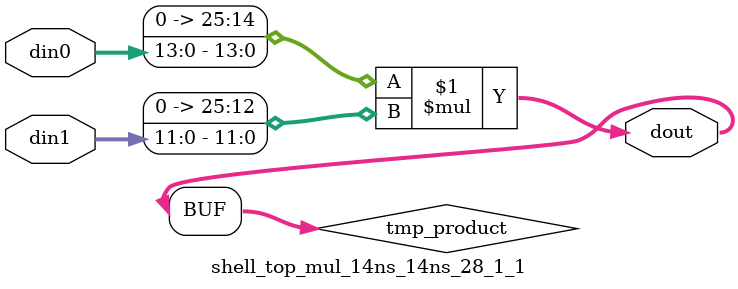
<source format=v>

`timescale 1 ns / 1 ps

  module shell_top_mul_14ns_14ns_28_1_1(din0, din1, dout);
parameter ID = 1;
parameter NUM_STAGE = 0;
parameter din0_WIDTH = 14;
parameter din1_WIDTH = 12;
parameter dout_WIDTH = 26;

input [din0_WIDTH - 1 : 0] din0; 
input [din1_WIDTH - 1 : 0] din1; 
output [dout_WIDTH - 1 : 0] dout;

wire signed [dout_WIDTH - 1 : 0] tmp_product;










assign tmp_product = $signed({1'b0, din0}) * $signed({1'b0, din1});











assign dout = tmp_product;







endmodule

</source>
